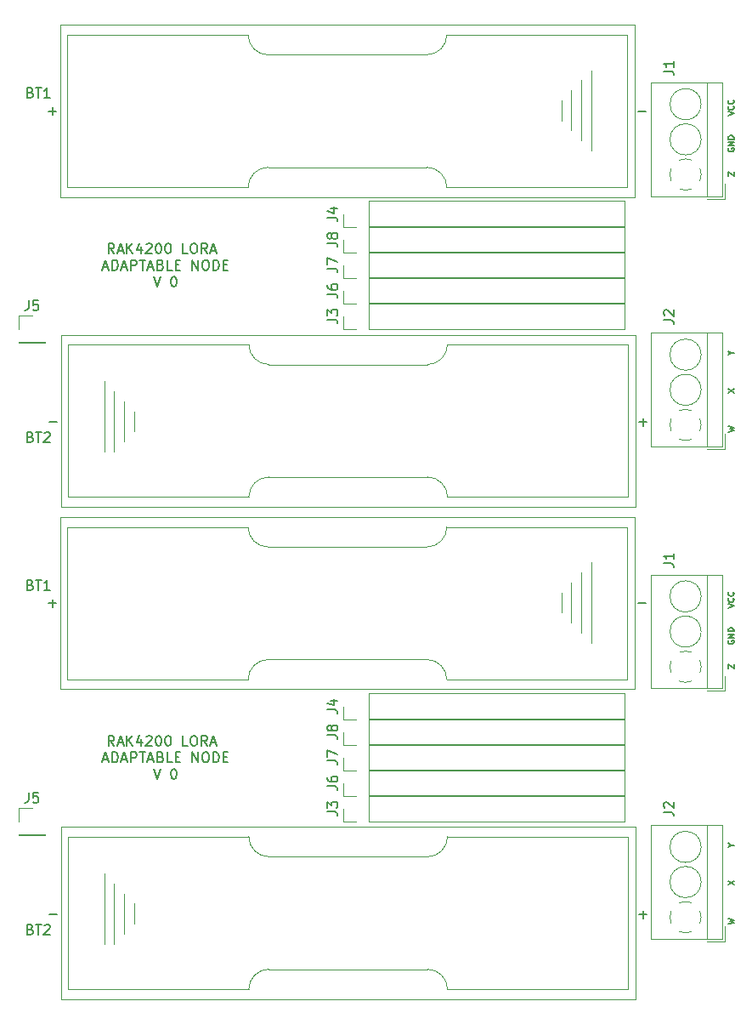
<source format=gbr>
G04 #@! TF.GenerationSoftware,KiCad,Pcbnew,5.1.5-52549c5~86~ubuntu18.04.1*
G04 #@! TF.CreationDate,2020-07-25T13:33:00-05:00*
G04 #@! TF.ProjectId,noname,6e6f6e61-6d65-42e6-9b69-6361645f7063,rev?*
G04 #@! TF.SameCoordinates,Original*
G04 #@! TF.FileFunction,Legend,Top*
G04 #@! TF.FilePolarity,Positive*
%FSLAX46Y46*%
G04 Gerber Fmt 4.6, Leading zero omitted, Abs format (unit mm)*
G04 Created by KiCad (PCBNEW 5.1.5-52549c5~86~ubuntu18.04.1) date 2020-07-25 13:33:00*
%MOMM*%
%LPD*%
G04 APERTURE LIST*
%ADD10C,0.150000*%
%ADD11C,0.120000*%
%ADD12C,1.802000*%
%ADD13O,1.802000X1.802000*%
%ADD14R,2.502000X2.502000*%
%ADD15C,2.502000*%
%ADD16C,3.102000*%
%ADD17C,2.742000*%
%ADD18C,2.102000*%
G04 APERTURE END LIST*
D10*
X184916428Y-95345000D02*
X184916428Y-94945000D01*
X185516428Y-95345000D01*
X185516428Y-94945000D01*
X184945000Y-92573571D02*
X184916428Y-92630714D01*
X184916428Y-92716428D01*
X184945000Y-92802142D01*
X185002142Y-92859285D01*
X185059285Y-92887857D01*
X185173571Y-92916428D01*
X185259285Y-92916428D01*
X185373571Y-92887857D01*
X185430714Y-92859285D01*
X185487857Y-92802142D01*
X185516428Y-92716428D01*
X185516428Y-92659285D01*
X185487857Y-92573571D01*
X185459285Y-92545000D01*
X185259285Y-92545000D01*
X185259285Y-92659285D01*
X185516428Y-92287857D02*
X184916428Y-92287857D01*
X185516428Y-91945000D01*
X184916428Y-91945000D01*
X185516428Y-91659285D02*
X184916428Y-91659285D01*
X184916428Y-91516428D01*
X184945000Y-91430714D01*
X185002142Y-91373571D01*
X185059285Y-91345000D01*
X185173571Y-91316428D01*
X185259285Y-91316428D01*
X185373571Y-91345000D01*
X185430714Y-91373571D01*
X185487857Y-91430714D01*
X185516428Y-91516428D01*
X185516428Y-91659285D01*
X184916428Y-89316428D02*
X185516428Y-89116428D01*
X184916428Y-88916428D01*
X185459285Y-88373571D02*
X185487857Y-88402142D01*
X185516428Y-88487857D01*
X185516428Y-88545000D01*
X185487857Y-88630714D01*
X185430714Y-88687857D01*
X185373571Y-88716428D01*
X185259285Y-88745000D01*
X185173571Y-88745000D01*
X185059285Y-88716428D01*
X185002142Y-88687857D01*
X184945000Y-88630714D01*
X184916428Y-88545000D01*
X184916428Y-88487857D01*
X184945000Y-88402142D01*
X184973571Y-88373571D01*
X185459285Y-87773571D02*
X185487857Y-87802142D01*
X185516428Y-87887857D01*
X185516428Y-87945000D01*
X185487857Y-88030714D01*
X185430714Y-88087857D01*
X185373571Y-88116428D01*
X185259285Y-88145000D01*
X185173571Y-88145000D01*
X185059285Y-88116428D01*
X185002142Y-88087857D01*
X184945000Y-88030714D01*
X184916428Y-87945000D01*
X184916428Y-87887857D01*
X184945000Y-87802142D01*
X184973571Y-87773571D01*
X184916428Y-120785000D02*
X185516428Y-120642142D01*
X185087857Y-120527857D01*
X185516428Y-120413571D01*
X184916428Y-120270714D01*
X184916428Y-116899285D02*
X185516428Y-116499285D01*
X184916428Y-116499285D02*
X185516428Y-116899285D01*
X185230714Y-112956428D02*
X185516428Y-112956428D01*
X184916428Y-113156428D02*
X185230714Y-112956428D01*
X184916428Y-112756428D01*
X123762142Y-103047380D02*
X123428809Y-102571190D01*
X123190714Y-103047380D02*
X123190714Y-102047380D01*
X123571666Y-102047380D01*
X123666904Y-102095000D01*
X123714523Y-102142619D01*
X123762142Y-102237857D01*
X123762142Y-102380714D01*
X123714523Y-102475952D01*
X123666904Y-102523571D01*
X123571666Y-102571190D01*
X123190714Y-102571190D01*
X124143095Y-102761666D02*
X124619285Y-102761666D01*
X124047857Y-103047380D02*
X124381190Y-102047380D01*
X124714523Y-103047380D01*
X125047857Y-103047380D02*
X125047857Y-102047380D01*
X125619285Y-103047380D02*
X125190714Y-102475952D01*
X125619285Y-102047380D02*
X125047857Y-102618809D01*
X126476428Y-102380714D02*
X126476428Y-103047380D01*
X126238333Y-101999761D02*
X126000238Y-102714047D01*
X126619285Y-102714047D01*
X126952619Y-102142619D02*
X127000238Y-102095000D01*
X127095476Y-102047380D01*
X127333571Y-102047380D01*
X127428809Y-102095000D01*
X127476428Y-102142619D01*
X127524047Y-102237857D01*
X127524047Y-102333095D01*
X127476428Y-102475952D01*
X126905000Y-103047380D01*
X127524047Y-103047380D01*
X128143095Y-102047380D02*
X128238333Y-102047380D01*
X128333571Y-102095000D01*
X128381190Y-102142619D01*
X128428809Y-102237857D01*
X128476428Y-102428333D01*
X128476428Y-102666428D01*
X128428809Y-102856904D01*
X128381190Y-102952142D01*
X128333571Y-102999761D01*
X128238333Y-103047380D01*
X128143095Y-103047380D01*
X128047857Y-102999761D01*
X128000238Y-102952142D01*
X127952619Y-102856904D01*
X127905000Y-102666428D01*
X127905000Y-102428333D01*
X127952619Y-102237857D01*
X128000238Y-102142619D01*
X128047857Y-102095000D01*
X128143095Y-102047380D01*
X129095476Y-102047380D02*
X129190714Y-102047380D01*
X129285952Y-102095000D01*
X129333571Y-102142619D01*
X129381190Y-102237857D01*
X129428809Y-102428333D01*
X129428809Y-102666428D01*
X129381190Y-102856904D01*
X129333571Y-102952142D01*
X129285952Y-102999761D01*
X129190714Y-103047380D01*
X129095476Y-103047380D01*
X129000238Y-102999761D01*
X128952619Y-102952142D01*
X128905000Y-102856904D01*
X128857380Y-102666428D01*
X128857380Y-102428333D01*
X128905000Y-102237857D01*
X128952619Y-102142619D01*
X129000238Y-102095000D01*
X129095476Y-102047380D01*
X131095476Y-103047380D02*
X130619285Y-103047380D01*
X130619285Y-102047380D01*
X131619285Y-102047380D02*
X131809761Y-102047380D01*
X131905000Y-102095000D01*
X132000238Y-102190238D01*
X132047857Y-102380714D01*
X132047857Y-102714047D01*
X132000238Y-102904523D01*
X131905000Y-102999761D01*
X131809761Y-103047380D01*
X131619285Y-103047380D01*
X131524047Y-102999761D01*
X131428809Y-102904523D01*
X131381190Y-102714047D01*
X131381190Y-102380714D01*
X131428809Y-102190238D01*
X131524047Y-102095000D01*
X131619285Y-102047380D01*
X133047857Y-103047380D02*
X132714523Y-102571190D01*
X132476428Y-103047380D02*
X132476428Y-102047380D01*
X132857380Y-102047380D01*
X132952619Y-102095000D01*
X133000238Y-102142619D01*
X133047857Y-102237857D01*
X133047857Y-102380714D01*
X133000238Y-102475952D01*
X132952619Y-102523571D01*
X132857380Y-102571190D01*
X132476428Y-102571190D01*
X133428809Y-102761666D02*
X133905000Y-102761666D01*
X133333571Y-103047380D02*
X133666904Y-102047380D01*
X134000238Y-103047380D01*
X122690714Y-104411666D02*
X123166904Y-104411666D01*
X122595476Y-104697380D02*
X122928809Y-103697380D01*
X123262142Y-104697380D01*
X123595476Y-104697380D02*
X123595476Y-103697380D01*
X123833571Y-103697380D01*
X123976428Y-103745000D01*
X124071666Y-103840238D01*
X124119285Y-103935476D01*
X124166904Y-104125952D01*
X124166904Y-104268809D01*
X124119285Y-104459285D01*
X124071666Y-104554523D01*
X123976428Y-104649761D01*
X123833571Y-104697380D01*
X123595476Y-104697380D01*
X124547857Y-104411666D02*
X125024047Y-104411666D01*
X124452619Y-104697380D02*
X124785952Y-103697380D01*
X125119285Y-104697380D01*
X125452619Y-104697380D02*
X125452619Y-103697380D01*
X125833571Y-103697380D01*
X125928809Y-103745000D01*
X125976428Y-103792619D01*
X126024047Y-103887857D01*
X126024047Y-104030714D01*
X125976428Y-104125952D01*
X125928809Y-104173571D01*
X125833571Y-104221190D01*
X125452619Y-104221190D01*
X126309761Y-103697380D02*
X126881190Y-103697380D01*
X126595476Y-104697380D02*
X126595476Y-103697380D01*
X127166904Y-104411666D02*
X127643095Y-104411666D01*
X127071666Y-104697380D02*
X127405000Y-103697380D01*
X127738333Y-104697380D01*
X128405000Y-104173571D02*
X128547857Y-104221190D01*
X128595476Y-104268809D01*
X128643095Y-104364047D01*
X128643095Y-104506904D01*
X128595476Y-104602142D01*
X128547857Y-104649761D01*
X128452619Y-104697380D01*
X128071666Y-104697380D01*
X128071666Y-103697380D01*
X128405000Y-103697380D01*
X128500238Y-103745000D01*
X128547857Y-103792619D01*
X128595476Y-103887857D01*
X128595476Y-103983095D01*
X128547857Y-104078333D01*
X128500238Y-104125952D01*
X128405000Y-104173571D01*
X128071666Y-104173571D01*
X129547857Y-104697380D02*
X129071666Y-104697380D01*
X129071666Y-103697380D01*
X129881190Y-104173571D02*
X130214523Y-104173571D01*
X130357380Y-104697380D02*
X129881190Y-104697380D01*
X129881190Y-103697380D01*
X130357380Y-103697380D01*
X131547857Y-104697380D02*
X131547857Y-103697380D01*
X132119285Y-104697380D01*
X132119285Y-103697380D01*
X132785952Y-103697380D02*
X132976428Y-103697380D01*
X133071666Y-103745000D01*
X133166904Y-103840238D01*
X133214523Y-104030714D01*
X133214523Y-104364047D01*
X133166904Y-104554523D01*
X133071666Y-104649761D01*
X132976428Y-104697380D01*
X132785952Y-104697380D01*
X132690714Y-104649761D01*
X132595476Y-104554523D01*
X132547857Y-104364047D01*
X132547857Y-104030714D01*
X132595476Y-103840238D01*
X132690714Y-103745000D01*
X132785952Y-103697380D01*
X133643095Y-104697380D02*
X133643095Y-103697380D01*
X133881190Y-103697380D01*
X134024047Y-103745000D01*
X134119285Y-103840238D01*
X134166904Y-103935476D01*
X134214523Y-104125952D01*
X134214523Y-104268809D01*
X134166904Y-104459285D01*
X134119285Y-104554523D01*
X134024047Y-104649761D01*
X133881190Y-104697380D01*
X133643095Y-104697380D01*
X134643095Y-104173571D02*
X134976428Y-104173571D01*
X135119285Y-104697380D02*
X134643095Y-104697380D01*
X134643095Y-103697380D01*
X135119285Y-103697380D01*
X127714523Y-105347380D02*
X128047857Y-106347380D01*
X128381190Y-105347380D01*
X129666904Y-105347380D02*
X129762142Y-105347380D01*
X129857380Y-105395000D01*
X129905000Y-105442619D01*
X129952619Y-105537857D01*
X130000238Y-105728333D01*
X130000238Y-105966428D01*
X129952619Y-106156904D01*
X129905000Y-106252142D01*
X129857380Y-106299761D01*
X129762142Y-106347380D01*
X129666904Y-106347380D01*
X129571666Y-106299761D01*
X129524047Y-106252142D01*
X129476428Y-106156904D01*
X129428809Y-105966428D01*
X129428809Y-105728333D01*
X129476428Y-105537857D01*
X129524047Y-105442619D01*
X129571666Y-105395000D01*
X129666904Y-105347380D01*
X123762142Y-54047380D02*
X123428809Y-53571190D01*
X123190714Y-54047380D02*
X123190714Y-53047380D01*
X123571666Y-53047380D01*
X123666904Y-53095000D01*
X123714523Y-53142619D01*
X123762142Y-53237857D01*
X123762142Y-53380714D01*
X123714523Y-53475952D01*
X123666904Y-53523571D01*
X123571666Y-53571190D01*
X123190714Y-53571190D01*
X124143095Y-53761666D02*
X124619285Y-53761666D01*
X124047857Y-54047380D02*
X124381190Y-53047380D01*
X124714523Y-54047380D01*
X125047857Y-54047380D02*
X125047857Y-53047380D01*
X125619285Y-54047380D02*
X125190714Y-53475952D01*
X125619285Y-53047380D02*
X125047857Y-53618809D01*
X126476428Y-53380714D02*
X126476428Y-54047380D01*
X126238333Y-52999761D02*
X126000238Y-53714047D01*
X126619285Y-53714047D01*
X126952619Y-53142619D02*
X127000238Y-53095000D01*
X127095476Y-53047380D01*
X127333571Y-53047380D01*
X127428809Y-53095000D01*
X127476428Y-53142619D01*
X127524047Y-53237857D01*
X127524047Y-53333095D01*
X127476428Y-53475952D01*
X126905000Y-54047380D01*
X127524047Y-54047380D01*
X128143095Y-53047380D02*
X128238333Y-53047380D01*
X128333571Y-53095000D01*
X128381190Y-53142619D01*
X128428809Y-53237857D01*
X128476428Y-53428333D01*
X128476428Y-53666428D01*
X128428809Y-53856904D01*
X128381190Y-53952142D01*
X128333571Y-53999761D01*
X128238333Y-54047380D01*
X128143095Y-54047380D01*
X128047857Y-53999761D01*
X128000238Y-53952142D01*
X127952619Y-53856904D01*
X127905000Y-53666428D01*
X127905000Y-53428333D01*
X127952619Y-53237857D01*
X128000238Y-53142619D01*
X128047857Y-53095000D01*
X128143095Y-53047380D01*
X129095476Y-53047380D02*
X129190714Y-53047380D01*
X129285952Y-53095000D01*
X129333571Y-53142619D01*
X129381190Y-53237857D01*
X129428809Y-53428333D01*
X129428809Y-53666428D01*
X129381190Y-53856904D01*
X129333571Y-53952142D01*
X129285952Y-53999761D01*
X129190714Y-54047380D01*
X129095476Y-54047380D01*
X129000238Y-53999761D01*
X128952619Y-53952142D01*
X128905000Y-53856904D01*
X128857380Y-53666428D01*
X128857380Y-53428333D01*
X128905000Y-53237857D01*
X128952619Y-53142619D01*
X129000238Y-53095000D01*
X129095476Y-53047380D01*
X131095476Y-54047380D02*
X130619285Y-54047380D01*
X130619285Y-53047380D01*
X131619285Y-53047380D02*
X131809761Y-53047380D01*
X131905000Y-53095000D01*
X132000238Y-53190238D01*
X132047857Y-53380714D01*
X132047857Y-53714047D01*
X132000238Y-53904523D01*
X131905000Y-53999761D01*
X131809761Y-54047380D01*
X131619285Y-54047380D01*
X131524047Y-53999761D01*
X131428809Y-53904523D01*
X131381190Y-53714047D01*
X131381190Y-53380714D01*
X131428809Y-53190238D01*
X131524047Y-53095000D01*
X131619285Y-53047380D01*
X133047857Y-54047380D02*
X132714523Y-53571190D01*
X132476428Y-54047380D02*
X132476428Y-53047380D01*
X132857380Y-53047380D01*
X132952619Y-53095000D01*
X133000238Y-53142619D01*
X133047857Y-53237857D01*
X133047857Y-53380714D01*
X133000238Y-53475952D01*
X132952619Y-53523571D01*
X132857380Y-53571190D01*
X132476428Y-53571190D01*
X133428809Y-53761666D02*
X133905000Y-53761666D01*
X133333571Y-54047380D02*
X133666904Y-53047380D01*
X134000238Y-54047380D01*
X122690714Y-55411666D02*
X123166904Y-55411666D01*
X122595476Y-55697380D02*
X122928809Y-54697380D01*
X123262142Y-55697380D01*
X123595476Y-55697380D02*
X123595476Y-54697380D01*
X123833571Y-54697380D01*
X123976428Y-54745000D01*
X124071666Y-54840238D01*
X124119285Y-54935476D01*
X124166904Y-55125952D01*
X124166904Y-55268809D01*
X124119285Y-55459285D01*
X124071666Y-55554523D01*
X123976428Y-55649761D01*
X123833571Y-55697380D01*
X123595476Y-55697380D01*
X124547857Y-55411666D02*
X125024047Y-55411666D01*
X124452619Y-55697380D02*
X124785952Y-54697380D01*
X125119285Y-55697380D01*
X125452619Y-55697380D02*
X125452619Y-54697380D01*
X125833571Y-54697380D01*
X125928809Y-54745000D01*
X125976428Y-54792619D01*
X126024047Y-54887857D01*
X126024047Y-55030714D01*
X125976428Y-55125952D01*
X125928809Y-55173571D01*
X125833571Y-55221190D01*
X125452619Y-55221190D01*
X126309761Y-54697380D02*
X126881190Y-54697380D01*
X126595476Y-55697380D02*
X126595476Y-54697380D01*
X127166904Y-55411666D02*
X127643095Y-55411666D01*
X127071666Y-55697380D02*
X127405000Y-54697380D01*
X127738333Y-55697380D01*
X128405000Y-55173571D02*
X128547857Y-55221190D01*
X128595476Y-55268809D01*
X128643095Y-55364047D01*
X128643095Y-55506904D01*
X128595476Y-55602142D01*
X128547857Y-55649761D01*
X128452619Y-55697380D01*
X128071666Y-55697380D01*
X128071666Y-54697380D01*
X128405000Y-54697380D01*
X128500238Y-54745000D01*
X128547857Y-54792619D01*
X128595476Y-54887857D01*
X128595476Y-54983095D01*
X128547857Y-55078333D01*
X128500238Y-55125952D01*
X128405000Y-55173571D01*
X128071666Y-55173571D01*
X129547857Y-55697380D02*
X129071666Y-55697380D01*
X129071666Y-54697380D01*
X129881190Y-55173571D02*
X130214523Y-55173571D01*
X130357380Y-55697380D02*
X129881190Y-55697380D01*
X129881190Y-54697380D01*
X130357380Y-54697380D01*
X131547857Y-55697380D02*
X131547857Y-54697380D01*
X132119285Y-55697380D01*
X132119285Y-54697380D01*
X132785952Y-54697380D02*
X132976428Y-54697380D01*
X133071666Y-54745000D01*
X133166904Y-54840238D01*
X133214523Y-55030714D01*
X133214523Y-55364047D01*
X133166904Y-55554523D01*
X133071666Y-55649761D01*
X132976428Y-55697380D01*
X132785952Y-55697380D01*
X132690714Y-55649761D01*
X132595476Y-55554523D01*
X132547857Y-55364047D01*
X132547857Y-55030714D01*
X132595476Y-54840238D01*
X132690714Y-54745000D01*
X132785952Y-54697380D01*
X133643095Y-55697380D02*
X133643095Y-54697380D01*
X133881190Y-54697380D01*
X134024047Y-54745000D01*
X134119285Y-54840238D01*
X134166904Y-54935476D01*
X134214523Y-55125952D01*
X134214523Y-55268809D01*
X134166904Y-55459285D01*
X134119285Y-55554523D01*
X134024047Y-55649761D01*
X133881190Y-55697380D01*
X133643095Y-55697380D01*
X134643095Y-55173571D02*
X134976428Y-55173571D01*
X135119285Y-55697380D02*
X134643095Y-55697380D01*
X134643095Y-54697380D01*
X135119285Y-54697380D01*
X127714523Y-56347380D02*
X128047857Y-57347380D01*
X128381190Y-56347380D01*
X129666904Y-56347380D02*
X129762142Y-56347380D01*
X129857380Y-56395000D01*
X129905000Y-56442619D01*
X129952619Y-56537857D01*
X130000238Y-56728333D01*
X130000238Y-56966428D01*
X129952619Y-57156904D01*
X129905000Y-57252142D01*
X129857380Y-57299761D01*
X129762142Y-57347380D01*
X129666904Y-57347380D01*
X129571666Y-57299761D01*
X129524047Y-57252142D01*
X129476428Y-57156904D01*
X129428809Y-56966428D01*
X129428809Y-56728333D01*
X129476428Y-56537857D01*
X129524047Y-56442619D01*
X129571666Y-56395000D01*
X129666904Y-56347380D01*
X184916428Y-46345000D02*
X184916428Y-45945000D01*
X185516428Y-46345000D01*
X185516428Y-45945000D01*
X184945000Y-43573571D02*
X184916428Y-43630714D01*
X184916428Y-43716428D01*
X184945000Y-43802142D01*
X185002142Y-43859285D01*
X185059285Y-43887857D01*
X185173571Y-43916428D01*
X185259285Y-43916428D01*
X185373571Y-43887857D01*
X185430714Y-43859285D01*
X185487857Y-43802142D01*
X185516428Y-43716428D01*
X185516428Y-43659285D01*
X185487857Y-43573571D01*
X185459285Y-43545000D01*
X185259285Y-43545000D01*
X185259285Y-43659285D01*
X185516428Y-43287857D02*
X184916428Y-43287857D01*
X185516428Y-42945000D01*
X184916428Y-42945000D01*
X185516428Y-42659285D02*
X184916428Y-42659285D01*
X184916428Y-42516428D01*
X184945000Y-42430714D01*
X185002142Y-42373571D01*
X185059285Y-42345000D01*
X185173571Y-42316428D01*
X185259285Y-42316428D01*
X185373571Y-42345000D01*
X185430714Y-42373571D01*
X185487857Y-42430714D01*
X185516428Y-42516428D01*
X185516428Y-42659285D01*
X184916428Y-40316428D02*
X185516428Y-40116428D01*
X184916428Y-39916428D01*
X185459285Y-39373571D02*
X185487857Y-39402142D01*
X185516428Y-39487857D01*
X185516428Y-39545000D01*
X185487857Y-39630714D01*
X185430714Y-39687857D01*
X185373571Y-39716428D01*
X185259285Y-39745000D01*
X185173571Y-39745000D01*
X185059285Y-39716428D01*
X185002142Y-39687857D01*
X184945000Y-39630714D01*
X184916428Y-39545000D01*
X184916428Y-39487857D01*
X184945000Y-39402142D01*
X184973571Y-39373571D01*
X185459285Y-38773571D02*
X185487857Y-38802142D01*
X185516428Y-38887857D01*
X185516428Y-38945000D01*
X185487857Y-39030714D01*
X185430714Y-39087857D01*
X185373571Y-39116428D01*
X185259285Y-39145000D01*
X185173571Y-39145000D01*
X185059285Y-39116428D01*
X185002142Y-39087857D01*
X184945000Y-39030714D01*
X184916428Y-38945000D01*
X184916428Y-38887857D01*
X184945000Y-38802142D01*
X184973571Y-38773571D01*
X184916428Y-71785000D02*
X185516428Y-71642142D01*
X185087857Y-71527857D01*
X185516428Y-71413571D01*
X184916428Y-71270714D01*
X184916428Y-67899285D02*
X185516428Y-67499285D01*
X184916428Y-67499285D02*
X185516428Y-67899285D01*
X185230714Y-63956428D02*
X185516428Y-63956428D01*
X184916428Y-64156428D02*
X185230714Y-63956428D01*
X184916428Y-63756428D01*
D11*
X174620000Y-110620000D02*
X174620000Y-107960000D01*
X149160000Y-110620000D02*
X174620000Y-110620000D01*
X149160000Y-107960000D02*
X174620000Y-107960000D01*
X149160000Y-110620000D02*
X149160000Y-107960000D01*
X147890000Y-110620000D02*
X146560000Y-110620000D01*
X146560000Y-110620000D02*
X146560000Y-109290000D01*
X182136385Y-119512413D02*
G75*
G02X182260000Y-120120000I-1431385J-607587D01*
G01*
X180097258Y-118687891D02*
G75*
G02X181313000Y-118688000I607742J-1432109D01*
G01*
X179272891Y-120727742D02*
G75*
G02X179273000Y-119512000I1432109J607742D01*
G01*
X181312742Y-121552109D02*
G75*
G02X180097000Y-121552000I-607742J1432109D01*
G01*
X182260492Y-120092989D02*
G75*
G02X182137000Y-120728000I-1555492J-27011D01*
G01*
X182260000Y-116620000D02*
G75*
G03X182260000Y-116620000I-1555000J0D01*
G01*
X182260000Y-113120000D02*
G75*
G03X182260000Y-113120000I-1555000J0D01*
G01*
X182805000Y-122280000D02*
X182805000Y-110960000D01*
X177245000Y-122280000D02*
X177245000Y-110960000D01*
X184365000Y-122280000D02*
X184365000Y-110960000D01*
X177245000Y-122280000D02*
X184365000Y-122280000D01*
X177245000Y-110960000D02*
X184365000Y-110960000D01*
X182865000Y-122520000D02*
X184605000Y-122520000D01*
X184605000Y-122520000D02*
X184605000Y-121020000D01*
X182136385Y-94577413D02*
G75*
G02X182260000Y-95185000I-1431385J-607587D01*
G01*
X180097258Y-93752891D02*
G75*
G02X181313000Y-93753000I607742J-1432109D01*
G01*
X179272891Y-95792742D02*
G75*
G02X179273000Y-94577000I1432109J607742D01*
G01*
X181312742Y-96617109D02*
G75*
G02X180097000Y-96617000I-607742J1432109D01*
G01*
X182260492Y-95157989D02*
G75*
G02X182137000Y-95793000I-1555492J-27011D01*
G01*
X182260000Y-91685000D02*
G75*
G03X182260000Y-91685000I-1555000J0D01*
G01*
X182260000Y-88185000D02*
G75*
G03X182260000Y-88185000I-1555000J0D01*
G01*
X182805000Y-97345000D02*
X182805000Y-86025000D01*
X177245000Y-97345000D02*
X177245000Y-86025000D01*
X184365000Y-97345000D02*
X184365000Y-86025000D01*
X177245000Y-97345000D02*
X184365000Y-97345000D01*
X177245000Y-86025000D02*
X184365000Y-86025000D01*
X182865000Y-97585000D02*
X184605000Y-97585000D01*
X184605000Y-97585000D02*
X184605000Y-96085000D01*
X139185000Y-114100000D02*
X154985000Y-114100000D01*
X154985000Y-125300000D02*
X139185000Y-125300000D01*
X154985000Y-125300000D02*
G75*
G02X156985000Y-127300000I0J-2000000D01*
G01*
X137185000Y-127300000D02*
G75*
G02X139185000Y-125300000I2000000J0D01*
G01*
X139185000Y-114100000D02*
G75*
G02X137185000Y-112100000I0J2000000D01*
G01*
X156985000Y-112100000D02*
G75*
G02X154985000Y-114100000I-2000000J0D01*
G01*
X137185000Y-112100000D02*
X119185000Y-112100000D01*
X137185000Y-127300000D02*
X119185000Y-127300000D01*
X174985000Y-127300000D02*
X156985000Y-127300000D01*
X119185000Y-127300000D02*
X119185000Y-112100000D01*
X174985000Y-112100000D02*
X156985000Y-112100000D01*
X174985000Y-127300000D02*
X174985000Y-112100000D01*
X175705000Y-128265000D02*
X118465000Y-128265000D01*
X175705000Y-111135000D02*
X175705000Y-128265000D01*
X118465000Y-111135000D02*
X175705000Y-111135000D01*
X118465000Y-128265000D02*
X118465000Y-111135000D01*
X125775000Y-120760000D02*
X125775000Y-118760000D01*
X122775000Y-123760000D02*
X122775000Y-115760000D01*
X123775000Y-116760000D02*
X123775000Y-122760000D01*
X124775000Y-121760000D02*
X124775000Y-117760000D01*
X154915000Y-94470000D02*
X139115000Y-94470000D01*
X139115000Y-83270000D02*
X154915000Y-83270000D01*
X139115000Y-83270000D02*
G75*
G02X137115000Y-81270000I0J2000000D01*
G01*
X156915000Y-81270000D02*
G75*
G02X154915000Y-83270000I-2000000J0D01*
G01*
X154915000Y-94470000D02*
G75*
G02X156915000Y-96470000I0J-2000000D01*
G01*
X137115000Y-96470000D02*
G75*
G02X139115000Y-94470000I2000000J0D01*
G01*
X156915000Y-96470000D02*
X174915000Y-96470000D01*
X156915000Y-81270000D02*
X174915000Y-81270000D01*
X119115000Y-81270000D02*
X137115000Y-81270000D01*
X174915000Y-81270000D02*
X174915000Y-96470000D01*
X119115000Y-96470000D02*
X137115000Y-96470000D01*
X119115000Y-81270000D02*
X119115000Y-96470000D01*
X118395000Y-80305000D02*
X175635000Y-80305000D01*
X118395000Y-97435000D02*
X118395000Y-80305000D01*
X175635000Y-97435000D02*
X118395000Y-97435000D01*
X175635000Y-80305000D02*
X175635000Y-97435000D01*
X168325000Y-87810000D02*
X168325000Y-89810000D01*
X171325000Y-84810000D02*
X171325000Y-92810000D01*
X170325000Y-91810000D02*
X170325000Y-85810000D01*
X169325000Y-86810000D02*
X169325000Y-90810000D01*
X174620000Y-103000000D02*
X174620000Y-100340000D01*
X149160000Y-103000000D02*
X174620000Y-103000000D01*
X149160000Y-100340000D02*
X174620000Y-100340000D01*
X149160000Y-103000000D02*
X149160000Y-100340000D01*
X147890000Y-103000000D02*
X146560000Y-103000000D01*
X146560000Y-103000000D02*
X146560000Y-101670000D01*
X174620000Y-100460000D02*
X174620000Y-97800000D01*
X149160000Y-100460000D02*
X174620000Y-100460000D01*
X149160000Y-97800000D02*
X174620000Y-97800000D01*
X149160000Y-100460000D02*
X149160000Y-97800000D01*
X147890000Y-100460000D02*
X146560000Y-100460000D01*
X146560000Y-100460000D02*
X146560000Y-99130000D01*
X174620000Y-108080000D02*
X174620000Y-105420000D01*
X149160000Y-108080000D02*
X174620000Y-108080000D01*
X149160000Y-105420000D02*
X174620000Y-105420000D01*
X149160000Y-108080000D02*
X149160000Y-105420000D01*
X147890000Y-108080000D02*
X146560000Y-108080000D01*
X146560000Y-108080000D02*
X146560000Y-106750000D01*
X174620000Y-105540000D02*
X174620000Y-102880000D01*
X149160000Y-105540000D02*
X174620000Y-105540000D01*
X149160000Y-102880000D02*
X174620000Y-102880000D01*
X149160000Y-105540000D02*
X149160000Y-102880000D01*
X147890000Y-105540000D02*
X146560000Y-105540000D01*
X146560000Y-105540000D02*
X146560000Y-104210000D01*
X114240000Y-111925000D02*
X116900000Y-111925000D01*
X114240000Y-111865000D02*
X114240000Y-111925000D01*
X116900000Y-111865000D02*
X116900000Y-111925000D01*
X114240000Y-111865000D02*
X116900000Y-111865000D01*
X114240000Y-110595000D02*
X114240000Y-109265000D01*
X114240000Y-109265000D02*
X115570000Y-109265000D01*
X146560000Y-54000000D02*
X146560000Y-52670000D01*
X147890000Y-54000000D02*
X146560000Y-54000000D01*
X149160000Y-54000000D02*
X149160000Y-51340000D01*
X149160000Y-51340000D02*
X174620000Y-51340000D01*
X149160000Y-54000000D02*
X174620000Y-54000000D01*
X174620000Y-54000000D02*
X174620000Y-51340000D01*
X146560000Y-56540000D02*
X146560000Y-55210000D01*
X147890000Y-56540000D02*
X146560000Y-56540000D01*
X149160000Y-56540000D02*
X149160000Y-53880000D01*
X149160000Y-53880000D02*
X174620000Y-53880000D01*
X149160000Y-56540000D02*
X174620000Y-56540000D01*
X174620000Y-56540000D02*
X174620000Y-53880000D01*
X146560000Y-59080000D02*
X146560000Y-57750000D01*
X147890000Y-59080000D02*
X146560000Y-59080000D01*
X149160000Y-59080000D02*
X149160000Y-56420000D01*
X149160000Y-56420000D02*
X174620000Y-56420000D01*
X149160000Y-59080000D02*
X174620000Y-59080000D01*
X174620000Y-59080000D02*
X174620000Y-56420000D01*
X114240000Y-60265000D02*
X115570000Y-60265000D01*
X114240000Y-61595000D02*
X114240000Y-60265000D01*
X114240000Y-62865000D02*
X116900000Y-62865000D01*
X116900000Y-62865000D02*
X116900000Y-62925000D01*
X114240000Y-62865000D02*
X114240000Y-62925000D01*
X114240000Y-62925000D02*
X116900000Y-62925000D01*
X146560000Y-51460000D02*
X146560000Y-50130000D01*
X147890000Y-51460000D02*
X146560000Y-51460000D01*
X149160000Y-51460000D02*
X149160000Y-48800000D01*
X149160000Y-48800000D02*
X174620000Y-48800000D01*
X149160000Y-51460000D02*
X174620000Y-51460000D01*
X174620000Y-51460000D02*
X174620000Y-48800000D01*
X146560000Y-61620000D02*
X146560000Y-60290000D01*
X147890000Y-61620000D02*
X146560000Y-61620000D01*
X149160000Y-61620000D02*
X149160000Y-58960000D01*
X149160000Y-58960000D02*
X174620000Y-58960000D01*
X149160000Y-61620000D02*
X174620000Y-61620000D01*
X174620000Y-61620000D02*
X174620000Y-58960000D01*
X124775000Y-72760000D02*
X124775000Y-68760000D01*
X123775000Y-67760000D02*
X123775000Y-73760000D01*
X122775000Y-74760000D02*
X122775000Y-66760000D01*
X125775000Y-71760000D02*
X125775000Y-69760000D01*
X118465000Y-79265000D02*
X118465000Y-62135000D01*
X118465000Y-62135000D02*
X175705000Y-62135000D01*
X175705000Y-62135000D02*
X175705000Y-79265000D01*
X175705000Y-79265000D02*
X118465000Y-79265000D01*
X174985000Y-78300000D02*
X174985000Y-63100000D01*
X174985000Y-63100000D02*
X156985000Y-63100000D01*
X119185000Y-78300000D02*
X119185000Y-63100000D01*
X174985000Y-78300000D02*
X156985000Y-78300000D01*
X137185000Y-78300000D02*
X119185000Y-78300000D01*
X137185000Y-63100000D02*
X119185000Y-63100000D01*
X156985000Y-63100000D02*
G75*
G02X154985000Y-65100000I-2000000J0D01*
G01*
X139185000Y-65100000D02*
G75*
G02X137185000Y-63100000I0J2000000D01*
G01*
X137185000Y-78300000D02*
G75*
G02X139185000Y-76300000I2000000J0D01*
G01*
X154985000Y-76300000D02*
G75*
G02X156985000Y-78300000I0J-2000000D01*
G01*
X154985000Y-76300000D02*
X139185000Y-76300000D01*
X139185000Y-65100000D02*
X154985000Y-65100000D01*
X184605000Y-73520000D02*
X184605000Y-72020000D01*
X182865000Y-73520000D02*
X184605000Y-73520000D01*
X177245000Y-61960000D02*
X184365000Y-61960000D01*
X177245000Y-73280000D02*
X184365000Y-73280000D01*
X184365000Y-73280000D02*
X184365000Y-61960000D01*
X177245000Y-73280000D02*
X177245000Y-61960000D01*
X182805000Y-73280000D02*
X182805000Y-61960000D01*
X182260000Y-64120000D02*
G75*
G03X182260000Y-64120000I-1555000J0D01*
G01*
X182260000Y-67620000D02*
G75*
G03X182260000Y-67620000I-1555000J0D01*
G01*
X182260492Y-71092989D02*
G75*
G02X182137000Y-71728000I-1555492J-27011D01*
G01*
X181312742Y-72552109D02*
G75*
G02X180097000Y-72552000I-607742J1432109D01*
G01*
X179272891Y-71727742D02*
G75*
G02X179273000Y-70512000I1432109J607742D01*
G01*
X180097258Y-69687891D02*
G75*
G02X181313000Y-69688000I607742J-1432109D01*
G01*
X182136385Y-70512413D02*
G75*
G02X182260000Y-71120000I-1431385J-607587D01*
G01*
X184605000Y-48585000D02*
X184605000Y-47085000D01*
X182865000Y-48585000D02*
X184605000Y-48585000D01*
X177245000Y-37025000D02*
X184365000Y-37025000D01*
X177245000Y-48345000D02*
X184365000Y-48345000D01*
X184365000Y-48345000D02*
X184365000Y-37025000D01*
X177245000Y-48345000D02*
X177245000Y-37025000D01*
X182805000Y-48345000D02*
X182805000Y-37025000D01*
X182260000Y-39185000D02*
G75*
G03X182260000Y-39185000I-1555000J0D01*
G01*
X182260000Y-42685000D02*
G75*
G03X182260000Y-42685000I-1555000J0D01*
G01*
X182260492Y-46157989D02*
G75*
G02X182137000Y-46793000I-1555492J-27011D01*
G01*
X181312742Y-47617109D02*
G75*
G02X180097000Y-47617000I-607742J1432109D01*
G01*
X179272891Y-46792742D02*
G75*
G02X179273000Y-45577000I1432109J607742D01*
G01*
X180097258Y-44752891D02*
G75*
G02X181313000Y-44753000I607742J-1432109D01*
G01*
X182136385Y-45577413D02*
G75*
G02X182260000Y-46185000I-1431385J-607587D01*
G01*
X169325000Y-37810000D02*
X169325000Y-41810000D01*
X170325000Y-42810000D02*
X170325000Y-36810000D01*
X171325000Y-35810000D02*
X171325000Y-43810000D01*
X168325000Y-38810000D02*
X168325000Y-40810000D01*
X175635000Y-31305000D02*
X175635000Y-48435000D01*
X175635000Y-48435000D02*
X118395000Y-48435000D01*
X118395000Y-48435000D02*
X118395000Y-31305000D01*
X118395000Y-31305000D02*
X175635000Y-31305000D01*
X119115000Y-32270000D02*
X119115000Y-47470000D01*
X119115000Y-47470000D02*
X137115000Y-47470000D01*
X174915000Y-32270000D02*
X174915000Y-47470000D01*
X119115000Y-32270000D02*
X137115000Y-32270000D01*
X156915000Y-32270000D02*
X174915000Y-32270000D01*
X156915000Y-47470000D02*
X174915000Y-47470000D01*
X137115000Y-47470000D02*
G75*
G02X139115000Y-45470000I2000000J0D01*
G01*
X154915000Y-45470000D02*
G75*
G02X156915000Y-47470000I0J-2000000D01*
G01*
X156915000Y-32270000D02*
G75*
G02X154915000Y-34270000I-2000000J0D01*
G01*
X139115000Y-34270000D02*
G75*
G02X137115000Y-32270000I0J2000000D01*
G01*
X139115000Y-34270000D02*
X154915000Y-34270000D01*
X154915000Y-45470000D02*
X139115000Y-45470000D01*
D10*
X145012380Y-109623333D02*
X145726666Y-109623333D01*
X145869523Y-109670952D01*
X145964761Y-109766190D01*
X146012380Y-109909047D01*
X146012380Y-110004285D01*
X145012380Y-109242380D02*
X145012380Y-108623333D01*
X145393333Y-108956666D01*
X145393333Y-108813809D01*
X145440952Y-108718571D01*
X145488571Y-108670952D01*
X145583809Y-108623333D01*
X145821904Y-108623333D01*
X145917142Y-108670952D01*
X145964761Y-108718571D01*
X146012380Y-108813809D01*
X146012380Y-109099523D01*
X145964761Y-109194761D01*
X145917142Y-109242380D01*
X178522380Y-109658333D02*
X179236666Y-109658333D01*
X179379523Y-109705952D01*
X179474761Y-109801190D01*
X179522380Y-109944047D01*
X179522380Y-110039285D01*
X178617619Y-109229761D02*
X178570000Y-109182142D01*
X178522380Y-109086904D01*
X178522380Y-108848809D01*
X178570000Y-108753571D01*
X178617619Y-108705952D01*
X178712857Y-108658333D01*
X178808095Y-108658333D01*
X178950952Y-108705952D01*
X179522380Y-109277380D01*
X179522380Y-108658333D01*
X178522380Y-84893333D02*
X179236666Y-84893333D01*
X179379523Y-84940952D01*
X179474761Y-85036190D01*
X179522380Y-85179047D01*
X179522380Y-85274285D01*
X179522380Y-83893333D02*
X179522380Y-84464761D01*
X179522380Y-84179047D02*
X178522380Y-84179047D01*
X178665238Y-84274285D01*
X178760476Y-84369523D01*
X178808095Y-84464761D01*
X115419285Y-121318571D02*
X115562142Y-121366190D01*
X115609761Y-121413809D01*
X115657380Y-121509047D01*
X115657380Y-121651904D01*
X115609761Y-121747142D01*
X115562142Y-121794761D01*
X115466904Y-121842380D01*
X115085952Y-121842380D01*
X115085952Y-120842380D01*
X115419285Y-120842380D01*
X115514523Y-120890000D01*
X115562142Y-120937619D01*
X115609761Y-121032857D01*
X115609761Y-121128095D01*
X115562142Y-121223333D01*
X115514523Y-121270952D01*
X115419285Y-121318571D01*
X115085952Y-121318571D01*
X115943095Y-120842380D02*
X116514523Y-120842380D01*
X116228809Y-121842380D02*
X116228809Y-120842380D01*
X116800238Y-120937619D02*
X116847857Y-120890000D01*
X116943095Y-120842380D01*
X117181190Y-120842380D01*
X117276428Y-120890000D01*
X117324047Y-120937619D01*
X117371666Y-121032857D01*
X117371666Y-121128095D01*
X117324047Y-121270952D01*
X116752619Y-121842380D01*
X117371666Y-121842380D01*
X117334047Y-119831428D02*
X118095952Y-119831428D01*
X176104047Y-119831428D02*
X176865952Y-119831428D01*
X176485000Y-120212380D02*
X176485000Y-119450476D01*
X115419285Y-87028571D02*
X115562142Y-87076190D01*
X115609761Y-87123809D01*
X115657380Y-87219047D01*
X115657380Y-87361904D01*
X115609761Y-87457142D01*
X115562142Y-87504761D01*
X115466904Y-87552380D01*
X115085952Y-87552380D01*
X115085952Y-86552380D01*
X115419285Y-86552380D01*
X115514523Y-86600000D01*
X115562142Y-86647619D01*
X115609761Y-86742857D01*
X115609761Y-86838095D01*
X115562142Y-86933333D01*
X115514523Y-86980952D01*
X115419285Y-87028571D01*
X115085952Y-87028571D01*
X115943095Y-86552380D02*
X116514523Y-86552380D01*
X116228809Y-87552380D02*
X116228809Y-86552380D01*
X117371666Y-87552380D02*
X116800238Y-87552380D01*
X117085952Y-87552380D02*
X117085952Y-86552380D01*
X116990714Y-86695238D01*
X116895476Y-86790476D01*
X116800238Y-86838095D01*
X176004047Y-88881428D02*
X176765952Y-88881428D01*
X117234047Y-88881428D02*
X117995952Y-88881428D01*
X117615000Y-89262380D02*
X117615000Y-88500476D01*
X145012380Y-102003333D02*
X145726666Y-102003333D01*
X145869523Y-102050952D01*
X145964761Y-102146190D01*
X146012380Y-102289047D01*
X146012380Y-102384285D01*
X145440952Y-101384285D02*
X145393333Y-101479523D01*
X145345714Y-101527142D01*
X145250476Y-101574761D01*
X145202857Y-101574761D01*
X145107619Y-101527142D01*
X145060000Y-101479523D01*
X145012380Y-101384285D01*
X145012380Y-101193809D01*
X145060000Y-101098571D01*
X145107619Y-101050952D01*
X145202857Y-101003333D01*
X145250476Y-101003333D01*
X145345714Y-101050952D01*
X145393333Y-101098571D01*
X145440952Y-101193809D01*
X145440952Y-101384285D01*
X145488571Y-101479523D01*
X145536190Y-101527142D01*
X145631428Y-101574761D01*
X145821904Y-101574761D01*
X145917142Y-101527142D01*
X145964761Y-101479523D01*
X146012380Y-101384285D01*
X146012380Y-101193809D01*
X145964761Y-101098571D01*
X145917142Y-101050952D01*
X145821904Y-101003333D01*
X145631428Y-101003333D01*
X145536190Y-101050952D01*
X145488571Y-101098571D01*
X145440952Y-101193809D01*
X145012380Y-99463333D02*
X145726666Y-99463333D01*
X145869523Y-99510952D01*
X145964761Y-99606190D01*
X146012380Y-99749047D01*
X146012380Y-99844285D01*
X145345714Y-98558571D02*
X146012380Y-98558571D01*
X144964761Y-98796666D02*
X145679047Y-99034761D01*
X145679047Y-98415714D01*
X145012380Y-107083333D02*
X145726666Y-107083333D01*
X145869523Y-107130952D01*
X145964761Y-107226190D01*
X146012380Y-107369047D01*
X146012380Y-107464285D01*
X145012380Y-106178571D02*
X145012380Y-106369047D01*
X145060000Y-106464285D01*
X145107619Y-106511904D01*
X145250476Y-106607142D01*
X145440952Y-106654761D01*
X145821904Y-106654761D01*
X145917142Y-106607142D01*
X145964761Y-106559523D01*
X146012380Y-106464285D01*
X146012380Y-106273809D01*
X145964761Y-106178571D01*
X145917142Y-106130952D01*
X145821904Y-106083333D01*
X145583809Y-106083333D01*
X145488571Y-106130952D01*
X145440952Y-106178571D01*
X145393333Y-106273809D01*
X145393333Y-106464285D01*
X145440952Y-106559523D01*
X145488571Y-106607142D01*
X145583809Y-106654761D01*
X145012380Y-104543333D02*
X145726666Y-104543333D01*
X145869523Y-104590952D01*
X145964761Y-104686190D01*
X146012380Y-104829047D01*
X146012380Y-104924285D01*
X145012380Y-104162380D02*
X145012380Y-103495714D01*
X146012380Y-103924285D01*
X115236666Y-107717380D02*
X115236666Y-108431666D01*
X115189047Y-108574523D01*
X115093809Y-108669761D01*
X114950952Y-108717380D01*
X114855714Y-108717380D01*
X116189047Y-107717380D02*
X115712857Y-107717380D01*
X115665238Y-108193571D01*
X115712857Y-108145952D01*
X115808095Y-108098333D01*
X116046190Y-108098333D01*
X116141428Y-108145952D01*
X116189047Y-108193571D01*
X116236666Y-108288809D01*
X116236666Y-108526904D01*
X116189047Y-108622142D01*
X116141428Y-108669761D01*
X116046190Y-108717380D01*
X115808095Y-108717380D01*
X115712857Y-108669761D01*
X115665238Y-108622142D01*
X145012380Y-53003333D02*
X145726666Y-53003333D01*
X145869523Y-53050952D01*
X145964761Y-53146190D01*
X146012380Y-53289047D01*
X146012380Y-53384285D01*
X145440952Y-52384285D02*
X145393333Y-52479523D01*
X145345714Y-52527142D01*
X145250476Y-52574761D01*
X145202857Y-52574761D01*
X145107619Y-52527142D01*
X145060000Y-52479523D01*
X145012380Y-52384285D01*
X145012380Y-52193809D01*
X145060000Y-52098571D01*
X145107619Y-52050952D01*
X145202857Y-52003333D01*
X145250476Y-52003333D01*
X145345714Y-52050952D01*
X145393333Y-52098571D01*
X145440952Y-52193809D01*
X145440952Y-52384285D01*
X145488571Y-52479523D01*
X145536190Y-52527142D01*
X145631428Y-52574761D01*
X145821904Y-52574761D01*
X145917142Y-52527142D01*
X145964761Y-52479523D01*
X146012380Y-52384285D01*
X146012380Y-52193809D01*
X145964761Y-52098571D01*
X145917142Y-52050952D01*
X145821904Y-52003333D01*
X145631428Y-52003333D01*
X145536190Y-52050952D01*
X145488571Y-52098571D01*
X145440952Y-52193809D01*
X145012380Y-55543333D02*
X145726666Y-55543333D01*
X145869523Y-55590952D01*
X145964761Y-55686190D01*
X146012380Y-55829047D01*
X146012380Y-55924285D01*
X145012380Y-55162380D02*
X145012380Y-54495714D01*
X146012380Y-54924285D01*
X145012380Y-58083333D02*
X145726666Y-58083333D01*
X145869523Y-58130952D01*
X145964761Y-58226190D01*
X146012380Y-58369047D01*
X146012380Y-58464285D01*
X145012380Y-57178571D02*
X145012380Y-57369047D01*
X145060000Y-57464285D01*
X145107619Y-57511904D01*
X145250476Y-57607142D01*
X145440952Y-57654761D01*
X145821904Y-57654761D01*
X145917142Y-57607142D01*
X145964761Y-57559523D01*
X146012380Y-57464285D01*
X146012380Y-57273809D01*
X145964761Y-57178571D01*
X145917142Y-57130952D01*
X145821904Y-57083333D01*
X145583809Y-57083333D01*
X145488571Y-57130952D01*
X145440952Y-57178571D01*
X145393333Y-57273809D01*
X145393333Y-57464285D01*
X145440952Y-57559523D01*
X145488571Y-57607142D01*
X145583809Y-57654761D01*
X115236666Y-58717380D02*
X115236666Y-59431666D01*
X115189047Y-59574523D01*
X115093809Y-59669761D01*
X114950952Y-59717380D01*
X114855714Y-59717380D01*
X116189047Y-58717380D02*
X115712857Y-58717380D01*
X115665238Y-59193571D01*
X115712857Y-59145952D01*
X115808095Y-59098333D01*
X116046190Y-59098333D01*
X116141428Y-59145952D01*
X116189047Y-59193571D01*
X116236666Y-59288809D01*
X116236666Y-59526904D01*
X116189047Y-59622142D01*
X116141428Y-59669761D01*
X116046190Y-59717380D01*
X115808095Y-59717380D01*
X115712857Y-59669761D01*
X115665238Y-59622142D01*
X145012380Y-50463333D02*
X145726666Y-50463333D01*
X145869523Y-50510952D01*
X145964761Y-50606190D01*
X146012380Y-50749047D01*
X146012380Y-50844285D01*
X145345714Y-49558571D02*
X146012380Y-49558571D01*
X144964761Y-49796666D02*
X145679047Y-50034761D01*
X145679047Y-49415714D01*
X145012380Y-60623333D02*
X145726666Y-60623333D01*
X145869523Y-60670952D01*
X145964761Y-60766190D01*
X146012380Y-60909047D01*
X146012380Y-61004285D01*
X145012380Y-60242380D02*
X145012380Y-59623333D01*
X145393333Y-59956666D01*
X145393333Y-59813809D01*
X145440952Y-59718571D01*
X145488571Y-59670952D01*
X145583809Y-59623333D01*
X145821904Y-59623333D01*
X145917142Y-59670952D01*
X145964761Y-59718571D01*
X146012380Y-59813809D01*
X146012380Y-60099523D01*
X145964761Y-60194761D01*
X145917142Y-60242380D01*
X115419285Y-72318571D02*
X115562142Y-72366190D01*
X115609761Y-72413809D01*
X115657380Y-72509047D01*
X115657380Y-72651904D01*
X115609761Y-72747142D01*
X115562142Y-72794761D01*
X115466904Y-72842380D01*
X115085952Y-72842380D01*
X115085952Y-71842380D01*
X115419285Y-71842380D01*
X115514523Y-71890000D01*
X115562142Y-71937619D01*
X115609761Y-72032857D01*
X115609761Y-72128095D01*
X115562142Y-72223333D01*
X115514523Y-72270952D01*
X115419285Y-72318571D01*
X115085952Y-72318571D01*
X115943095Y-71842380D02*
X116514523Y-71842380D01*
X116228809Y-72842380D02*
X116228809Y-71842380D01*
X116800238Y-71937619D02*
X116847857Y-71890000D01*
X116943095Y-71842380D01*
X117181190Y-71842380D01*
X117276428Y-71890000D01*
X117324047Y-71937619D01*
X117371666Y-72032857D01*
X117371666Y-72128095D01*
X117324047Y-72270952D01*
X116752619Y-72842380D01*
X117371666Y-72842380D01*
X176104047Y-70831428D02*
X176865952Y-70831428D01*
X176485000Y-71212380D02*
X176485000Y-70450476D01*
X117334047Y-70831428D02*
X118095952Y-70831428D01*
X178522380Y-60658333D02*
X179236666Y-60658333D01*
X179379523Y-60705952D01*
X179474761Y-60801190D01*
X179522380Y-60944047D01*
X179522380Y-61039285D01*
X178617619Y-60229761D02*
X178570000Y-60182142D01*
X178522380Y-60086904D01*
X178522380Y-59848809D01*
X178570000Y-59753571D01*
X178617619Y-59705952D01*
X178712857Y-59658333D01*
X178808095Y-59658333D01*
X178950952Y-59705952D01*
X179522380Y-60277380D01*
X179522380Y-59658333D01*
X178522380Y-35893333D02*
X179236666Y-35893333D01*
X179379523Y-35940952D01*
X179474761Y-36036190D01*
X179522380Y-36179047D01*
X179522380Y-36274285D01*
X179522380Y-34893333D02*
X179522380Y-35464761D01*
X179522380Y-35179047D02*
X178522380Y-35179047D01*
X178665238Y-35274285D01*
X178760476Y-35369523D01*
X178808095Y-35464761D01*
X115419285Y-38028571D02*
X115562142Y-38076190D01*
X115609761Y-38123809D01*
X115657380Y-38219047D01*
X115657380Y-38361904D01*
X115609761Y-38457142D01*
X115562142Y-38504761D01*
X115466904Y-38552380D01*
X115085952Y-38552380D01*
X115085952Y-37552380D01*
X115419285Y-37552380D01*
X115514523Y-37600000D01*
X115562142Y-37647619D01*
X115609761Y-37742857D01*
X115609761Y-37838095D01*
X115562142Y-37933333D01*
X115514523Y-37980952D01*
X115419285Y-38028571D01*
X115085952Y-38028571D01*
X115943095Y-37552380D02*
X116514523Y-37552380D01*
X116228809Y-38552380D02*
X116228809Y-37552380D01*
X117371666Y-38552380D02*
X116800238Y-38552380D01*
X117085952Y-38552380D02*
X117085952Y-37552380D01*
X116990714Y-37695238D01*
X116895476Y-37790476D01*
X116800238Y-37838095D01*
X117234047Y-39881428D02*
X117995952Y-39881428D01*
X117615000Y-40262380D02*
X117615000Y-39500476D01*
X176004047Y-39881428D02*
X176765952Y-39881428D01*
%LPC*%
D12*
X147890000Y-109290000D03*
D13*
X150430000Y-109290000D03*
X152970000Y-109290000D03*
X155510000Y-109290000D03*
X158050000Y-109290000D03*
X160590000Y-109290000D03*
X163130000Y-109290000D03*
X165670000Y-109290000D03*
X168210000Y-109290000D03*
X170750000Y-109290000D03*
X173290000Y-109290000D03*
D14*
X180705000Y-120120000D03*
D15*
X180705000Y-116620000D03*
X180705000Y-113120000D03*
D16*
X123295000Y-124285000D03*
D14*
X180705000Y-95185000D03*
D15*
X180705000Y-91685000D03*
X180705000Y-88185000D03*
D17*
X170335000Y-125695000D03*
X123855000Y-113705000D03*
D18*
X121095000Y-119700000D03*
X173085000Y-119700000D03*
D16*
X173295000Y-84285000D03*
X116295000Y-104285000D03*
X180295000Y-104285000D03*
D17*
X123765000Y-82875000D03*
X170245000Y-94865000D03*
D18*
X173005000Y-88870000D03*
X121015000Y-88870000D03*
D12*
X147890000Y-101670000D03*
D13*
X150430000Y-101670000D03*
X152970000Y-101670000D03*
X155510000Y-101670000D03*
X158050000Y-101670000D03*
X160590000Y-101670000D03*
X163130000Y-101670000D03*
X165670000Y-101670000D03*
X168210000Y-101670000D03*
X170750000Y-101670000D03*
X173290000Y-101670000D03*
D12*
X147890000Y-99130000D03*
D13*
X150430000Y-99130000D03*
X152970000Y-99130000D03*
X155510000Y-99130000D03*
X158050000Y-99130000D03*
X160590000Y-99130000D03*
X163130000Y-99130000D03*
X165670000Y-99130000D03*
X168210000Y-99130000D03*
X170750000Y-99130000D03*
X173290000Y-99130000D03*
D12*
X147890000Y-106750000D03*
D13*
X150430000Y-106750000D03*
X152970000Y-106750000D03*
X155510000Y-106750000D03*
X158050000Y-106750000D03*
X160590000Y-106750000D03*
X163130000Y-106750000D03*
X165670000Y-106750000D03*
X168210000Y-106750000D03*
X170750000Y-106750000D03*
X173290000Y-106750000D03*
D12*
X147890000Y-104210000D03*
D13*
X150430000Y-104210000D03*
X152970000Y-104210000D03*
X155510000Y-104210000D03*
X158050000Y-104210000D03*
X160590000Y-104210000D03*
X163130000Y-104210000D03*
X165670000Y-104210000D03*
X168210000Y-104210000D03*
X170750000Y-104210000D03*
X173290000Y-104210000D03*
D12*
X115570000Y-110595000D03*
D13*
X173290000Y-52670000D03*
X170750000Y-52670000D03*
X168210000Y-52670000D03*
X165670000Y-52670000D03*
X163130000Y-52670000D03*
X160590000Y-52670000D03*
X158050000Y-52670000D03*
X155510000Y-52670000D03*
X152970000Y-52670000D03*
X150430000Y-52670000D03*
D12*
X147890000Y-52670000D03*
D13*
X173290000Y-55210000D03*
X170750000Y-55210000D03*
X168210000Y-55210000D03*
X165670000Y-55210000D03*
X163130000Y-55210000D03*
X160590000Y-55210000D03*
X158050000Y-55210000D03*
X155510000Y-55210000D03*
X152970000Y-55210000D03*
X150430000Y-55210000D03*
D12*
X147890000Y-55210000D03*
D13*
X173290000Y-57750000D03*
X170750000Y-57750000D03*
X168210000Y-57750000D03*
X165670000Y-57750000D03*
X163130000Y-57750000D03*
X160590000Y-57750000D03*
X158050000Y-57750000D03*
X155510000Y-57750000D03*
X152970000Y-57750000D03*
X150430000Y-57750000D03*
D12*
X147890000Y-57750000D03*
X115570000Y-61595000D03*
D13*
X173290000Y-50130000D03*
X170750000Y-50130000D03*
X168210000Y-50130000D03*
X165670000Y-50130000D03*
X163130000Y-50130000D03*
X160590000Y-50130000D03*
X158050000Y-50130000D03*
X155510000Y-50130000D03*
X152970000Y-50130000D03*
X150430000Y-50130000D03*
D12*
X147890000Y-50130000D03*
D13*
X173290000Y-60290000D03*
X170750000Y-60290000D03*
X168210000Y-60290000D03*
X165670000Y-60290000D03*
X163130000Y-60290000D03*
X160590000Y-60290000D03*
X158050000Y-60290000D03*
X155510000Y-60290000D03*
X152970000Y-60290000D03*
X150430000Y-60290000D03*
D12*
X147890000Y-60290000D03*
D18*
X173085000Y-70700000D03*
X121095000Y-70700000D03*
D17*
X123855000Y-64705000D03*
X170335000Y-76695000D03*
D15*
X180705000Y-64120000D03*
X180705000Y-67620000D03*
D14*
X180705000Y-71120000D03*
D15*
X180705000Y-39185000D03*
X180705000Y-42685000D03*
D14*
X180705000Y-46185000D03*
D18*
X121015000Y-39870000D03*
X173005000Y-39870000D03*
D17*
X170245000Y-45865000D03*
X123765000Y-33875000D03*
D16*
X116295000Y-55285000D03*
X123295000Y-75285000D03*
X173295000Y-35285000D03*
X180295000Y-55285000D03*
M02*

</source>
